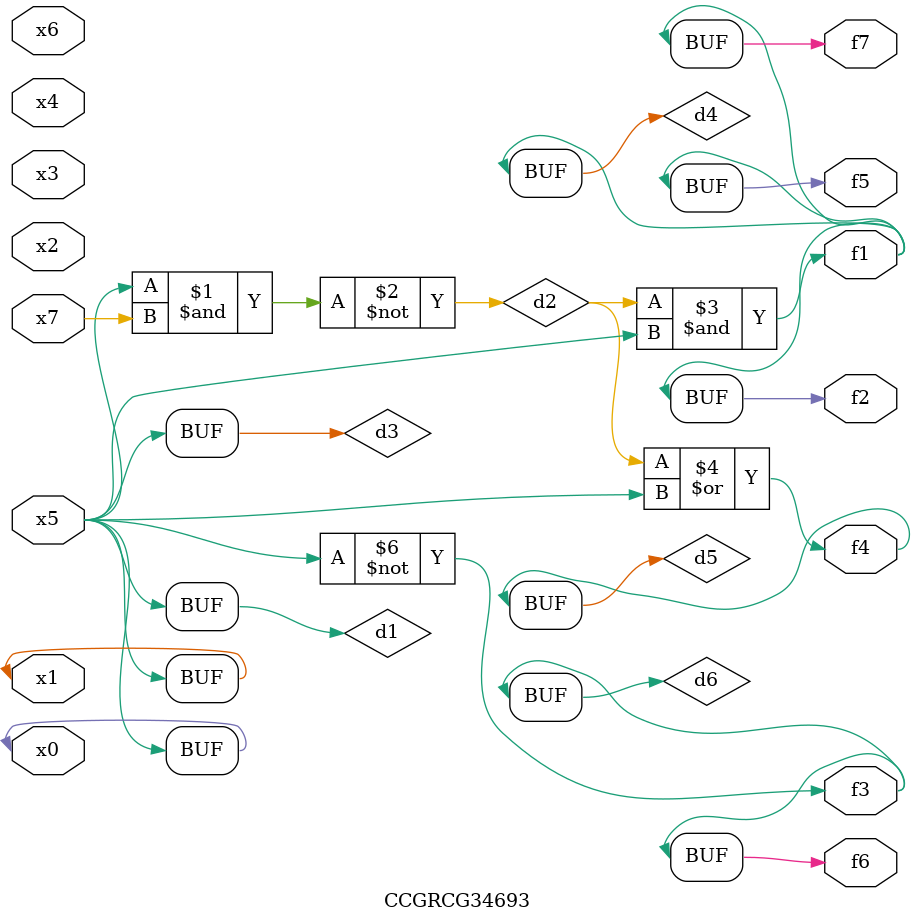
<source format=v>
module CCGRCG34693(
	input x0, x1, x2, x3, x4, x5, x6, x7,
	output f1, f2, f3, f4, f5, f6, f7
);

	wire d1, d2, d3, d4, d5, d6;

	buf (d1, x0, x5);
	nand (d2, x5, x7);
	buf (d3, x0, x1);
	and (d4, d2, d3);
	or (d5, d2, d3);
	nor (d6, d1, d3);
	assign f1 = d4;
	assign f2 = d4;
	assign f3 = d6;
	assign f4 = d5;
	assign f5 = d4;
	assign f6 = d6;
	assign f7 = d4;
endmodule

</source>
